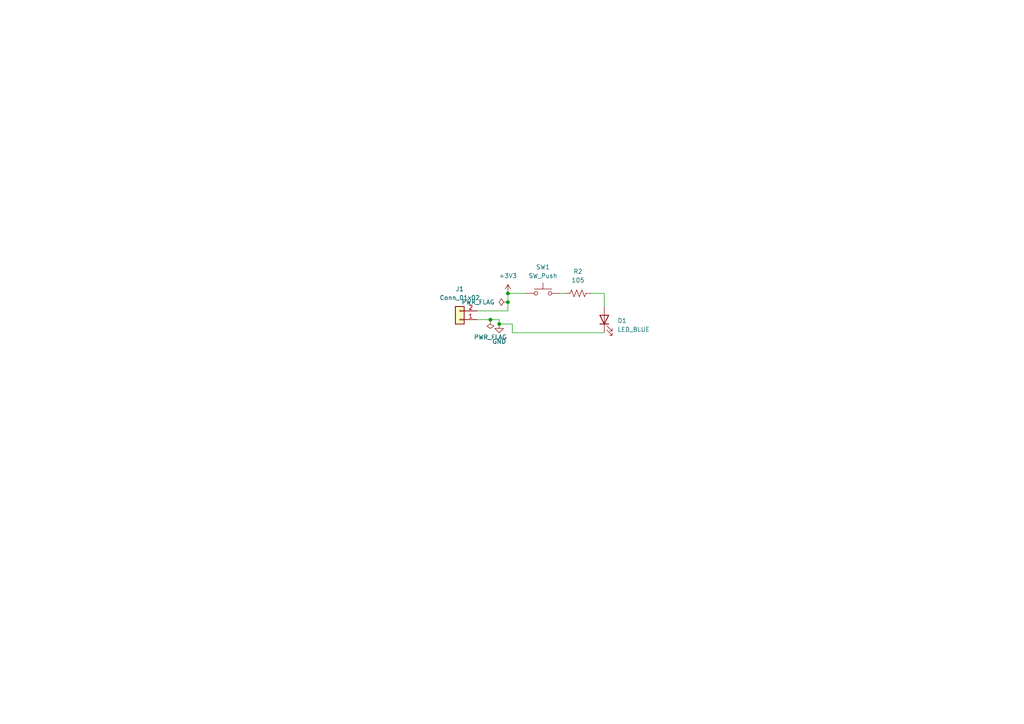
<source format=kicad_sch>
(kicad_sch (version 20230121) (generator eeschema)
  (paper "A4")
  (lib_symbols
    (symbol "Connector_Generic:Conn_01x02" (pin_names (offset 1.016) hide)
      (property "Reference" "J" (at 0 2.54 0))
      (property "Value" "Conn_01x02" (at 0 -5.08 0))
      (symbol "Conn_01x02_1_1"
        (rectangle (start -1.27 -2.413) (end 0 -2.667) (stroke (width 0.1524)))
        (rectangle (start -1.27 0.127) (end 0 -0.127) (stroke (width 0.1524)))
        (rectangle (start -1.27 1.27) (end 1.27 -3.81) (stroke (width 0.254)) (fill (type background)))
        (pin passive line (at -5.08 0 0) (length 3.81) (name "Pin_1") (number "1"))
        (pin passive line (at -5.08 -2.54 0) (length 3.81) (name "Pin_2") (number "2"))
      )
    )
    (symbol "Switch:SW_Push" (pin_numbers hide) (pin_names (offset 1.016) hide)
      (property "Reference" "SW" (at 1.27 2.54 0))
      (property "Value" "SW_Push" (at 0 -1.524 0))
      (symbol "SW_Push_0_1"
        (circle (center -2.032 0) (radius 0.508))
        (polyline (pts (xy 0 1.27) (xy 0 3.048)))
        (polyline (pts (xy 2.54 1.27) (xy -2.54 1.27)))
        (circle (center 2.032 0) (radius 0.508))
        (pin passive line (at -5.08 0 0) (length 2.54) (name "1") (number "1"))
        (pin passive line (at 5.08 0 180) (length 2.54) (name "2") (number "2"))
      )
    )
    (symbol "device:LED" (pin_numbers hide) (pin_names (offset 1.016) hide)
      (property "Reference" "D" (at 0 2.54 0))
      (property "Value" "LED" (at 0 -2.54 0))
      (symbol "LED_0_1"
        (polyline (pts (xy -1.27 -1.27) (xy -1.27 1.27)) (stroke (width 0.254)))
        (polyline (pts (xy -1.27 0) (xy 1.27 0)))
        (polyline (pts (xy 1.27 -1.27) (xy 1.27 1.27) (xy -1.27 0) (xy 1.27 -1.27)) (stroke (width 0.254)))
        (polyline (pts (xy -3.048 -0.762) (xy -4.572 -2.286) (xy -3.81 -2.286) (xy -4.572 -2.286) (xy -4.572 -1.524)))
        (polyline (pts (xy -1.778 -0.762) (xy -3.302 -2.286) (xy -2.54 -2.286) (xy -3.302 -2.286) (xy -3.302 -1.524)))
      )
      (symbol "LED_1_1"
        (pin passive line (at -3.81 0 0) (length 2.54) (name "K") (number "1"))
        (pin passive line (at 3.81 0 180) (length 2.54) (name "A") (number "2"))
      )
    )
    (symbol "device:R_US" (pin_numbers hide) (pin_names (offset 0))
      (property "Reference" "R" (at 2.54 0 90))
      (property "Value" "R_US" (at -2.54 0 90))
      (symbol "R_US_0_1"
        (polyline (pts (xy 0 -2.286) (xy 0 -2.54)))
        (polyline (pts (xy 0 2.286) (xy 0 2.54)))
        (polyline (pts (xy 0 -0.762) (xy 1.016 -1.143) (xy 0 -1.524) (xy -1.016 -1.905) (xy 0 -2.286)))
        (polyline (pts (xy 0 0.762) (xy 1.016 0.381) (xy 0 0) (xy -1.016 -0.381) (xy 0 -0.762)))
        (polyline (pts (xy 0 2.286) (xy 1.016 1.905) (xy 0 1.524) (xy -1.016 1.143) (xy 0 0.762)))
      )
      (symbol "R_US_1_1"
        (pin passive line (at 0 3.81 270) (length 1.27) (name "~") (number "1"))
        (pin passive line (at 0 -3.81 90) (length 1.27) (name "~") (number "2"))
      )
    )
    (symbol "power:+3V3" (power) (pin_names (offset 0))
      (property "Value" "+3V3" (at 0 3.556 0))
      (symbol "+3V3_0_1"
        (polyline (pts (xy -0.762 1.27) (xy 0 2.54)))
        (polyline (pts (xy 0 0) (xy 0 2.54)))
        (polyline (pts (xy 0 2.54) (xy 0.762 1.27)))
      )
      (symbol "+3V3_1_1"
        (pin power_in line (at 0 0 90) (length 0) hide (name "+3V3") (number "1"))
      )
    )
    (symbol "power:GND" (power) (pin_names (offset 0))
      (property "Value" "GND" (at 0 -3.81 0))
      (symbol "GND_0_1"
        (polyline (pts (xy 0 0) (xy 0 -1.27) (xy 1.27 -1.27) (xy 0 -2.54) (xy -1.27 -1.27) (xy 0 -1.27)))
      )
      (symbol "GND_1_1"
        (pin power_in line (at 0 0 270) (length 0) hide (name "GND") (number "1"))
      )
    )
    (symbol "power:PWR_FLAG" (power) (pin_numbers hide) (pin_names (offset 0) hide)
      (property "Value" "PWR_FLAG" (at 0 3.81 0))
      (symbol "PWR_FLAG_0_0"
        (pin power_out line (at 0 0 90) (length 0) (name "pwr") (number "1"))
      )
      (symbol "PWR_FLAG_0_1"
        (polyline (pts (xy 0 0) (xy 0 1.27) (xy -1.016 1.905) (xy 0 2.54) (xy 1.016 1.905) (xy 0 1.27)))
      )
    )
  )
  (junction (at 144.78 93.98))
  (junction (at 142.24 92.71))
  (junction (at 147.32 87.63))
  (junction (at 147.32 85.09))
  (wire (pts (xy 147.32 85.09) (xy 152.4 85.09)))
  (wire (pts (xy 148.59 93.98) (xy 144.78 93.98)))
  (wire (pts (xy 162.56 85.09) (xy 163.83 85.09)))
  (wire (pts (xy 147.32 85.09) (xy 147.32 87.63)))
  (wire (pts (xy 147.32 87.63) (xy 147.32 90.17)))
  (wire (pts (xy 138.43 92.71) (xy 142.24 92.71)))
  (wire (pts (xy 144.78 92.71) (xy 144.78 93.98)))
  (wire (pts (xy 147.32 90.17) (xy 138.43 90.17)))
  (wire (pts (xy 148.59 96.52) (xy 148.59 93.98)))
  (wire (pts (xy 171.45 85.09) (xy 175.26 85.09)))
  (wire (pts (xy 142.24 92.71) (xy 144.78 92.71)))
  (wire (pts (xy 175.26 96.52) (xy 148.59 96.52)))
  (wire (pts (xy 175.26 85.09) (xy 175.26 88.9)))
  (symbol (lib_id "power:+3V3") (at 147.32 85.09 0) (unit 1)
    (property "Reference" "#PWR01" (effects hide))
    (property "Value" "+3V3" (at 147.32 80.01 0))
  )
  (symbol (lib_id "power:PWR_FLAG") (at 142.24 92.71 180) (unit 1)
    (property "Reference" "#FLG02" (effects hide))
    (property "Value" "PWR_FLAG" (at 142.24 97.79 0))
  )
  (symbol (lib_id "Connector_Generic:Conn_01x02") (at 133.35 92.71 180) (unit 1)
    (property "Reference" "J1" (at 133.35 83.82 0))
    (property "Value" "Conn_01x02" (at 133.35 86.36 0))
    (property "Footprint" "Connector_Molex:Molex_KK-254_AE-6410-02A_1x02_P2.54mm_Vertical" (effects hide))
    (property "MPN" "022272021" (effects hide))
  )
  (symbol (lib_id "device:R_US") (at 167.64 85.09 90) (unit 1)
    (property "Reference" "R2" (at 167.64 78.74 90))
    (property "Value" "105" (at 167.64 81.28 90))
    (property "Footprint" "Resistor_SMD:R_0603_1608Metric_Pad0.98x0.95mm_HandSolder" (effects hide))
  )
  (symbol (lib_id "device:LED") (at 175.26 92.71 90) (unit 1)
    (property "Reference" "D1" (at 179.07 93.0275 90) (effects (justify right)))
    (property "Value" "LED_BLUE" (at 179.07 95.5675 90) (effects (justify right)))
    (property "Footprint" "layout:LED_0603_Symbol_on_F.SilkS" (effects hide))
  )
  (symbol (lib_id "power:PWR_FLAG") (at 147.32 87.63 90) (unit 1)
    (property "Reference" "#FLG01" (effects hide))
    (property "Value" "PWR_FLAG" (at 143.51 87.63 90) (effects (justify left)))
  )
  (symbol (lib_id "power:GND") (at 144.78 93.98 0) (unit 1)
    (property "Reference" "#PWR02" (effects hide))
    (property "Value" "GND" (at 144.78 99.06 0))
  )
  (symbol (lib_id "Switch:SW_Push") (at 157.48 85.09 0) (unit 1)
    (property "Reference" "SW1" (at 157.48 77.47 0))
    (property "Value" "SW_Push" (at 157.48 80.01 0))
    (property "Footprint" "Button_Switch_SMD:SW_DIP_SPSTx01_Slide_6.7x4.1mm_W8.61mm_P2.54mm_LowProfile" (effects hide))
    (property "MPN" "1825910-6" (effects hide))
  )
)
</source>
